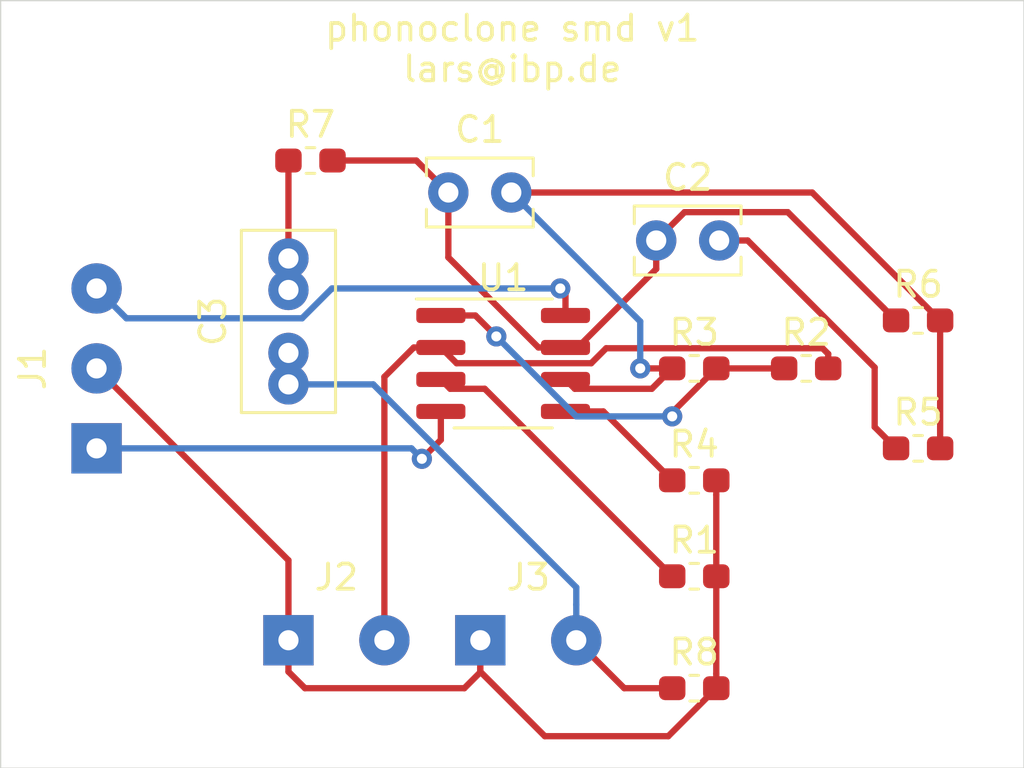
<source format=kicad_pcb>
(kicad_pcb (version 20171130) (host pcbnew "(5.1.2-1)-1")

  (general
    (thickness 1.6)
    (drawings 5)
    (tracks 92)
    (zones 0)
    (modules 19)
    (nets 13)
  )

  (page A4)
  (layers
    (0 F.Cu signal)
    (31 B.Cu signal)
    (32 B.Adhes user)
    (33 F.Adhes user)
    (34 B.Paste user)
    (35 F.Paste user)
    (36 B.SilkS user)
    (37 F.SilkS user)
    (38 B.Mask user)
    (39 F.Mask user)
    (40 Dwgs.User user)
    (41 Cmts.User user)
    (42 Eco1.User user)
    (43 Eco2.User user)
    (44 Edge.Cuts user)
    (45 Margin user)
    (46 B.CrtYd user)
    (47 F.CrtYd user)
    (48 B.Fab user)
    (49 F.Fab user)
  )

  (setup
    (last_trace_width 0.25)
    (trace_clearance 0.2)
    (zone_clearance 0.508)
    (zone_45_only no)
    (trace_min 0.2)
    (via_size 0.8)
    (via_drill 0.4)
    (via_min_size 0.4)
    (via_min_drill 0.3)
    (uvia_size 0.3)
    (uvia_drill 0.1)
    (uvias_allowed no)
    (uvia_min_size 0.2)
    (uvia_min_drill 0.1)
    (edge_width 0.05)
    (segment_width 0.2)
    (pcb_text_width 0.3)
    (pcb_text_size 1.5 1.5)
    (mod_edge_width 0.12)
    (mod_text_size 1 1)
    (mod_text_width 0.15)
    (pad_size 1.524 1.524)
    (pad_drill 0.762)
    (pad_to_mask_clearance 0.051)
    (solder_mask_min_width 0.25)
    (aux_axis_origin 0 0)
    (visible_elements FFFFFF7F)
    (pcbplotparams
      (layerselection 0x010fc_ffffffff)
      (usegerberextensions false)
      (usegerberattributes false)
      (usegerberadvancedattributes false)
      (creategerberjobfile false)
      (excludeedgelayer true)
      (linewidth 0.100000)
      (plotframeref false)
      (viasonmask false)
      (mode 1)
      (useauxorigin false)
      (hpglpennumber 1)
      (hpglpenspeed 20)
      (hpglpendiameter 15.000000)
      (psnegative false)
      (psa4output false)
      (plotreference true)
      (plotvalue true)
      (plotinvisibletext false)
      (padsonsilk false)
      (subtractmaskfromsilk false)
      (outputformat 1)
      (mirror false)
      (drillshape 1)
      (scaleselection 1)
      (outputdirectory ""))
  )

  (net 0 "")
  (net 1 "Net-(C1-Pad2)")
  (net 2 "Net-(C1-Pad1)")
  (net 3 "Net-(C2-Pad2)")
  (net 4 "Net-(C3-Pad1)")
  (net 5 "Net-(C3-Pad2)")
  (net 6 -12V)
  (net 7 GND)
  (net 8 +12V)
  (net 9 "Net-(J2-Pad2)")
  (net 10 "Net-(R1-Pad1)")
  (net 11 "Net-(R2-Pad1)")
  (net 12 "Net-(R4-Pad1)")

  (net_class Default "This is the default net class."
    (clearance 0.2)
    (trace_width 0.25)
    (via_dia 0.8)
    (via_drill 0.4)
    (uvia_dia 0.3)
    (uvia_drill 0.1)
    (add_net +12V)
    (add_net -12V)
    (add_net GND)
    (add_net "Net-(C1-Pad1)")
    (add_net "Net-(C1-Pad2)")
    (add_net "Net-(C2-Pad2)")
    (add_net "Net-(C3-Pad1)")
    (add_net "Net-(C3-Pad2)")
    (add_net "Net-(J2-Pad2)")
    (add_net "Net-(R1-Pad1)")
    (add_net "Net-(R2-Pad1)")
    (add_net "Net-(R4-Pad1)")
  )

  (module Capacitor_THT:C_Rect_L4.0mm_W2.5mm_P2.50mm (layer F.Cu) (tedit 5AE50EF0) (tstamp 5D1A504B)
    (at 145.415 67.945)
    (descr "C, Rect series, Radial, pin pitch=2.50mm, , length*width=4*2.5mm^2, Capacitor")
    (tags "C Rect series Radial pin pitch 2.50mm  length 4mm width 2.5mm Capacitor")
    (path /5D1C9FDA)
    (fp_text reference C2 (at 1.25 -2.5) (layer F.SilkS)
      (effects (font (size 1 1) (thickness 0.15)))
    )
    (fp_text value 3n (at 1.25 2.5) (layer F.Fab)
      (effects (font (size 1 1) (thickness 0.15)))
    )
    (fp_line (start -0.75 -1.25) (end -0.75 1.25) (layer F.Fab) (width 0.1))
    (fp_line (start -0.75 1.25) (end 3.25 1.25) (layer F.Fab) (width 0.1))
    (fp_line (start 3.25 1.25) (end 3.25 -1.25) (layer F.Fab) (width 0.1))
    (fp_line (start 3.25 -1.25) (end -0.75 -1.25) (layer F.Fab) (width 0.1))
    (fp_line (start -0.87 -1.37) (end 3.37 -1.37) (layer F.SilkS) (width 0.12))
    (fp_line (start -0.87 1.37) (end 3.37 1.37) (layer F.SilkS) (width 0.12))
    (fp_line (start -0.87 -1.37) (end -0.87 -0.665) (layer F.SilkS) (width 0.12))
    (fp_line (start -0.87 0.665) (end -0.87 1.37) (layer F.SilkS) (width 0.12))
    (fp_line (start 3.37 -1.37) (end 3.37 -0.665) (layer F.SilkS) (width 0.12))
    (fp_line (start 3.37 0.665) (end 3.37 1.37) (layer F.SilkS) (width 0.12))
    (fp_line (start -1.05 -1.5) (end -1.05 1.5) (layer F.CrtYd) (width 0.05))
    (fp_line (start -1.05 1.5) (end 3.55 1.5) (layer F.CrtYd) (width 0.05))
    (fp_line (start 3.55 1.5) (end 3.55 -1.5) (layer F.CrtYd) (width 0.05))
    (fp_line (start 3.55 -1.5) (end -1.05 -1.5) (layer F.CrtYd) (width 0.05))
    (fp_text user %R (at 1.25 0) (layer F.Fab)
      (effects (font (size 0.8 0.8) (thickness 0.12)))
    )
    (pad 1 thru_hole circle (at 0 0) (size 1.6 1.6) (drill 0.8) (layers *.Cu *.Mask)
      (net 2 "Net-(C1-Pad1)"))
    (pad 2 thru_hole circle (at 2.5 0) (size 1.6 1.6) (drill 0.8) (layers *.Cu *.Mask)
      (net 3 "Net-(C2-Pad2)"))
    (model ${KISYS3DMOD}/Capacitor_THT.3dshapes/C_Rect_L4.0mm_W2.5mm_P2.50mm.wrl
      (at (xyz 0 0 0))
      (scale (xyz 1 1 1))
      (rotate (xyz 0 0 0))
    )
  )

  (module Capacitor_THT:C_Rect_L4.0mm_W2.5mm_P2.50mm (layer F.Cu) (tedit 5AE50EF0) (tstamp 5D1A534E)
    (at 137.16 66.04)
    (descr "C, Rect series, Radial, pin pitch=2.50mm, , length*width=4*2.5mm^2, Capacitor")
    (tags "C Rect series Radial pin pitch 2.50mm  length 4mm width 2.5mm Capacitor")
    (path /5D1CA880)
    (fp_text reference C1 (at 1.25 -2.5) (layer F.SilkS)
      (effects (font (size 1 1) (thickness 0.15)))
    )
    (fp_text value 1n (at 1.25 2.5) (layer F.Fab)
      (effects (font (size 1 1) (thickness 0.15)))
    )
    (fp_text user %R (at 1.25 0) (layer F.Fab)
      (effects (font (size 0.8 0.8) (thickness 0.12)))
    )
    (fp_line (start 3.55 -1.5) (end -1.05 -1.5) (layer F.CrtYd) (width 0.05))
    (fp_line (start 3.55 1.5) (end 3.55 -1.5) (layer F.CrtYd) (width 0.05))
    (fp_line (start -1.05 1.5) (end 3.55 1.5) (layer F.CrtYd) (width 0.05))
    (fp_line (start -1.05 -1.5) (end -1.05 1.5) (layer F.CrtYd) (width 0.05))
    (fp_line (start 3.37 0.665) (end 3.37 1.37) (layer F.SilkS) (width 0.12))
    (fp_line (start 3.37 -1.37) (end 3.37 -0.665) (layer F.SilkS) (width 0.12))
    (fp_line (start -0.87 0.665) (end -0.87 1.37) (layer F.SilkS) (width 0.12))
    (fp_line (start -0.87 -1.37) (end -0.87 -0.665) (layer F.SilkS) (width 0.12))
    (fp_line (start -0.87 1.37) (end 3.37 1.37) (layer F.SilkS) (width 0.12))
    (fp_line (start -0.87 -1.37) (end 3.37 -1.37) (layer F.SilkS) (width 0.12))
    (fp_line (start 3.25 -1.25) (end -0.75 -1.25) (layer F.Fab) (width 0.1))
    (fp_line (start 3.25 1.25) (end 3.25 -1.25) (layer F.Fab) (width 0.1))
    (fp_line (start -0.75 1.25) (end 3.25 1.25) (layer F.Fab) (width 0.1))
    (fp_line (start -0.75 -1.25) (end -0.75 1.25) (layer F.Fab) (width 0.1))
    (pad 2 thru_hole circle (at 2.5 0) (size 1.6 1.6) (drill 0.8) (layers *.Cu *.Mask)
      (net 1 "Net-(C1-Pad2)"))
    (pad 1 thru_hole circle (at 0 0) (size 1.6 1.6) (drill 0.8) (layers *.Cu *.Mask)
      (net 2 "Net-(C1-Pad1)"))
    (model ${KISYS3DMOD}/Capacitor_THT.3dshapes/C_Rect_L4.0mm_W2.5mm_P2.50mm.wrl
      (at (xyz 0 0 0))
      (scale (xyz 1 1 1))
      (rotate (xyz 0 0 0))
    )
  )

  (module Capacitor_THT:C_Rect_L7.0mm_W3.5mm_P2.50mm_P5.00mm (layer F.Cu) (tedit 5AE50EF0) (tstamp 5D1A52A2)
    (at 130.81 73.66 90)
    (descr "C, Rect series, Radial, pin pitch=2.50mm 5.00mm, , length*width=7*3.5mm^2, Capacitor")
    (tags "C Rect series Radial pin pitch 2.50mm 5.00mm  length 7mm width 3.5mm Capacitor")
    (path /5D1C7BB1)
    (fp_text reference C3 (at 2.5 -3 90) (layer F.SilkS)
      (effects (font (size 1 1) (thickness 0.15)))
    )
    (fp_text value 2.2u (at 2.5 3 90) (layer F.Fab)
      (effects (font (size 1 1) (thickness 0.15)))
    )
    (fp_line (start -1 -1.75) (end -1 1.75) (layer F.Fab) (width 0.1))
    (fp_line (start -1 1.75) (end 6 1.75) (layer F.Fab) (width 0.1))
    (fp_line (start 6 1.75) (end 6 -1.75) (layer F.Fab) (width 0.1))
    (fp_line (start 6 -1.75) (end -1 -1.75) (layer F.Fab) (width 0.1))
    (fp_line (start -1.12 -1.87) (end 6.12 -1.87) (layer F.SilkS) (width 0.12))
    (fp_line (start -1.12 1.87) (end 6.12 1.87) (layer F.SilkS) (width 0.12))
    (fp_line (start -1.12 -1.87) (end -1.12 1.87) (layer F.SilkS) (width 0.12))
    (fp_line (start 6.12 -1.87) (end 6.12 1.87) (layer F.SilkS) (width 0.12))
    (fp_line (start -1.25 -2) (end -1.25 2) (layer F.CrtYd) (width 0.05))
    (fp_line (start -1.25 2) (end 6.25 2) (layer F.CrtYd) (width 0.05))
    (fp_line (start 6.25 2) (end 6.25 -2) (layer F.CrtYd) (width 0.05))
    (fp_line (start 6.25 -2) (end -1.25 -2) (layer F.CrtYd) (width 0.05))
    (fp_text user %R (at 1.25 0 90) (layer F.Fab)
      (effects (font (size 1 1) (thickness 0.15)))
    )
    (pad 1 thru_hole circle (at 1.25 0 90) (size 1.6 1.6) (drill 0.8) (layers *.Cu *.Mask)
      (net 4 "Net-(C3-Pad1)"))
    (pad 2 thru_hole circle (at 3.75 0 90) (size 1.6 1.6) (drill 0.8) (layers *.Cu *.Mask)
      (net 5 "Net-(C3-Pad2)"))
    (pad 1 thru_hole circle (at 0 0 90) (size 1.6 1.6) (drill 0.8) (layers *.Cu *.Mask)
      (net 4 "Net-(C3-Pad1)"))
    (pad 2 thru_hole circle (at 5 0 90) (size 1.6 1.6) (drill 0.8) (layers *.Cu *.Mask)
      (net 5 "Net-(C3-Pad2)"))
    (model ${KISYS3DMOD}/Capacitor_THT.3dshapes/C_Rect_L7.0mm_W3.5mm_P2.50mm_P5.00mm.wrl
      (at (xyz 0 0 0))
      (scale (xyz 1 1 1))
      (rotate (xyz 0 0 0))
    )
  )

  (module MountingHole:MountingHole_3.2mm_M3_DIN965 (layer F.Cu) (tedit 56D1B4CB) (tstamp 5D1A53EE)
    (at 123.19 61.722)
    (descr "Mounting Hole 3.2mm, no annular, M3, DIN965")
    (tags "mounting hole 3.2mm no annular m3 din965")
    (path /5D1DA24E)
    (attr virtual)
    (fp_text reference H1 (at 0 -3.8) (layer F.SilkS) hide
      (effects (font (size 1 1) (thickness 0.15)))
    )
    (fp_text value MountingHole (at 0 3.8) (layer F.Fab) hide
      (effects (font (size 1 1) (thickness 0.15)))
    )
    (fp_text user %R (at 0.3 0) (layer F.Fab)
      (effects (font (size 1 1) (thickness 0.15)))
    )
    (fp_circle (center 0 0) (end 2.8 0) (layer Cmts.User) (width 0.15))
    (fp_circle (center 0 0) (end 3.05 0) (layer F.CrtYd) (width 0.05))
    (pad 1 np_thru_hole circle (at 0 0) (size 3.2 3.2) (drill 3.2) (layers *.Cu *.Mask))
  )

  (module MountingHole:MountingHole_3.2mm_M3_DIN965 (layer F.Cu) (tedit 56D1B4CB) (tstamp 5D1A58CA)
    (at 123.19 85.725)
    (descr "Mounting Hole 3.2mm, no annular, M3, DIN965")
    (tags "mounting hole 3.2mm no annular m3 din965")
    (path /5D1DAA56)
    (attr virtual)
    (fp_text reference H2 (at 0 -3.8) (layer F.SilkS) hide
      (effects (font (size 1 1) (thickness 0.15)))
    )
    (fp_text value MountingHole (at 0 3.8) (layer F.Fab) hide
      (effects (font (size 1 1) (thickness 0.15)))
    )
    (fp_circle (center 0 0) (end 3.05 0) (layer F.CrtYd) (width 0.05))
    (fp_circle (center 0 0) (end 2.8 0) (layer Cmts.User) (width 0.15))
    (fp_text user %R (at 0.3 0) (layer F.Fab)
      (effects (font (size 1 1) (thickness 0.15)))
    )
    (pad 1 np_thru_hole circle (at 0 0) (size 3.2 3.2) (drill 3.2) (layers *.Cu *.Mask))
  )

  (module MountingHole:MountingHole_3.2mm_M3_DIN965 (layer F.Cu) (tedit 56D1B4CB) (tstamp 5D1A4FC3)
    (at 156.21 85.725)
    (descr "Mounting Hole 3.2mm, no annular, M3, DIN965")
    (tags "mounting hole 3.2mm no annular m3 din965")
    (path /5D1DACF3)
    (attr virtual)
    (fp_text reference H3 (at 0 -3.8) (layer F.SilkS) hide
      (effects (font (size 1 1) (thickness 0.15)))
    )
    (fp_text value MountingHole (at 0 3.8) (layer F.Fab) hide
      (effects (font (size 1 1) (thickness 0.15)))
    )
    (fp_text user %R (at 0.3 0) (layer F.Fab)
      (effects (font (size 1 1) (thickness 0.15)))
    )
    (fp_circle (center 0 0) (end 2.8 0) (layer Cmts.User) (width 0.15))
    (fp_circle (center 0 0) (end 3.05 0) (layer F.CrtYd) (width 0.05))
    (pad 1 np_thru_hole circle (at 0 0) (size 3.2 3.2) (drill 3.2) (layers *.Cu *.Mask))
  )

  (module MountingHole:MountingHole_3.2mm_M3_DIN965 (layer F.Cu) (tedit 56D1B4CB) (tstamp 5D1A50DB)
    (at 156.21 61.722)
    (descr "Mounting Hole 3.2mm, no annular, M3, DIN965")
    (tags "mounting hole 3.2mm no annular m3 din965")
    (path /5D1DB08F)
    (attr virtual)
    (fp_text reference H4 (at 0 -3.8) (layer F.SilkS) hide
      (effects (font (size 1 1) (thickness 0.15)))
    )
    (fp_text value MountingHole (at 0 3.8) (layer F.Fab) hide
      (effects (font (size 1 1) (thickness 0.15)))
    )
    (fp_circle (center 0 0) (end 3.05 0) (layer F.CrtYd) (width 0.05))
    (fp_circle (center 0 0) (end 2.8 0) (layer Cmts.User) (width 0.15))
    (fp_text user %R (at 0.3 0) (layer F.Fab)
      (effects (font (size 1 1) (thickness 0.15)))
    )
    (pad 1 np_thru_hole circle (at 0 0) (size 3.2 3.2) (drill 3.2) (layers *.Cu *.Mask))
  )

  (module Connector_Wire:SolderWirePad_1x03_P3.175mm_Drill0.8mm (layer F.Cu) (tedit 5AEE57A0) (tstamp 5D1A4F91)
    (at 123.19 76.2 90)
    (descr "Wire solder connection")
    (tags connector)
    (path /5D1A120B)
    (attr virtual)
    (fp_text reference J1 (at 3.175 -2.54 90) (layer F.SilkS)
      (effects (font (size 1 1) (thickness 0.15)))
    )
    (fp_text value PWR (at 3.175 2.54 90) (layer F.Fab)
      (effects (font (size 1 1) (thickness 0.15)))
    )
    (fp_text user %R (at 3.175 0 90) (layer F.Fab)
      (effects (font (size 1 1) (thickness 0.15)))
    )
    (fp_line (start -1.49 -1.5) (end 7.85 -1.5) (layer F.CrtYd) (width 0.05))
    (fp_line (start -1.49 -1.5) (end -1.49 1.5) (layer F.CrtYd) (width 0.05))
    (fp_line (start 7.85 1.5) (end 7.85 -1.5) (layer F.CrtYd) (width 0.05))
    (fp_line (start 7.85 1.5) (end -1.49 1.5) (layer F.CrtYd) (width 0.05))
    (pad 1 thru_hole rect (at 0 0 90) (size 1.99898 1.99898) (drill 0.8001) (layers *.Cu *.Mask)
      (net 6 -12V))
    (pad 2 thru_hole circle (at 3.175 0 90) (size 1.99898 1.99898) (drill 0.8001) (layers *.Cu *.Mask)
      (net 7 GND))
    (pad 3 thru_hole circle (at 6.35 0 90) (size 1.99898 1.99898) (drill 0.8001) (layers *.Cu *.Mask)
      (net 8 +12V))
  )

  (module Connector_Wire:SolderWirePad_1x02_P3.81mm_Drill0.8mm (layer F.Cu) (tedit 5AEE54BF) (tstamp 5D1A4F72)
    (at 130.81 83.82)
    (descr "Wire solder connection")
    (tags connector)
    (path /5D19F01A)
    (attr virtual)
    (fp_text reference J2 (at 1.905 -2.5) (layer F.SilkS)
      (effects (font (size 1 1) (thickness 0.15)))
    )
    (fp_text value In (at 1.905 2.54) (layer F.Fab)
      (effects (font (size 1 1) (thickness 0.15)))
    )
    (fp_text user %R (at 1.905 0) (layer F.Fab)
      (effects (font (size 1 1) (thickness 0.15)))
    )
    (fp_line (start -1.49 -1.5) (end 5.31 -1.5) (layer F.CrtYd) (width 0.05))
    (fp_line (start -1.49 -1.5) (end -1.49 1.5) (layer F.CrtYd) (width 0.05))
    (fp_line (start 5.31 1.5) (end 5.31 -1.5) (layer F.CrtYd) (width 0.05))
    (fp_line (start 5.31 1.5) (end -1.49 1.5) (layer F.CrtYd) (width 0.05))
    (pad 1 thru_hole rect (at 0 0) (size 1.99898 1.99898) (drill 0.8001) (layers *.Cu *.Mask)
      (net 7 GND))
    (pad 2 thru_hole circle (at 3.81 0) (size 1.99898 1.99898) (drill 0.8001) (layers *.Cu *.Mask)
      (net 9 "Net-(J2-Pad2)"))
  )

  (module Connector_Wire:SolderWirePad_1x02_P3.81mm_Drill0.8mm (layer F.Cu) (tedit 5AEE54BF) (tstamp 5D1A4F54)
    (at 138.43 83.82)
    (descr "Wire solder connection")
    (tags connector)
    (path /5D1CB25F)
    (attr virtual)
    (fp_text reference J3 (at 1.905 -2.5) (layer F.SilkS)
      (effects (font (size 1 1) (thickness 0.15)))
    )
    (fp_text value Out (at 1.905 2.54) (layer F.Fab)
      (effects (font (size 1 1) (thickness 0.15)))
    )
    (fp_line (start 5.31 1.5) (end -1.49 1.5) (layer F.CrtYd) (width 0.05))
    (fp_line (start 5.31 1.5) (end 5.31 -1.5) (layer F.CrtYd) (width 0.05))
    (fp_line (start -1.49 -1.5) (end -1.49 1.5) (layer F.CrtYd) (width 0.05))
    (fp_line (start -1.49 -1.5) (end 5.31 -1.5) (layer F.CrtYd) (width 0.05))
    (fp_text user %R (at 1.905 0) (layer F.Fab)
      (effects (font (size 1 1) (thickness 0.15)))
    )
    (pad 2 thru_hole circle (at 3.81 0) (size 1.99898 1.99898) (drill 0.8001) (layers *.Cu *.Mask)
      (net 4 "Net-(C3-Pad1)"))
    (pad 1 thru_hole rect (at 0 0) (size 1.99898 1.99898) (drill 0.8001) (layers *.Cu *.Mask)
      (net 7 GND))
  )

  (module Resistor_SMD:R_0603_1608Metric_Pad1.05x0.95mm_HandSolder (layer F.Cu) (tedit 5B301BBD) (tstamp 5D1A5585)
    (at 146.925 81.28)
    (descr "Resistor SMD 0603 (1608 Metric), square (rectangular) end terminal, IPC_7351 nominal with elongated pad for handsoldering. (Body size source: http://www.tortai-tech.com/upload/download/2011102023233369053.pdf), generated with kicad-footprint-generator")
    (tags "resistor handsolder")
    (path /5D1B8DDA)
    (attr smd)
    (fp_text reference R1 (at 0 -1.43) (layer F.SilkS)
      (effects (font (size 1 1) (thickness 0.15)))
    )
    (fp_text value 47 (at 0 1.43) (layer F.Fab)
      (effects (font (size 1 1) (thickness 0.15)))
    )
    (fp_line (start -0.8 0.4) (end -0.8 -0.4) (layer F.Fab) (width 0.1))
    (fp_line (start -0.8 -0.4) (end 0.8 -0.4) (layer F.Fab) (width 0.1))
    (fp_line (start 0.8 -0.4) (end 0.8 0.4) (layer F.Fab) (width 0.1))
    (fp_line (start 0.8 0.4) (end -0.8 0.4) (layer F.Fab) (width 0.1))
    (fp_line (start -0.171267 -0.51) (end 0.171267 -0.51) (layer F.SilkS) (width 0.12))
    (fp_line (start -0.171267 0.51) (end 0.171267 0.51) (layer F.SilkS) (width 0.12))
    (fp_line (start -1.65 0.73) (end -1.65 -0.73) (layer F.CrtYd) (width 0.05))
    (fp_line (start -1.65 -0.73) (end 1.65 -0.73) (layer F.CrtYd) (width 0.05))
    (fp_line (start 1.65 -0.73) (end 1.65 0.73) (layer F.CrtYd) (width 0.05))
    (fp_line (start 1.65 0.73) (end -1.65 0.73) (layer F.CrtYd) (width 0.05))
    (fp_text user %R (at 0 0) (layer F.Fab)
      (effects (font (size 0.4 0.4) (thickness 0.06)))
    )
    (pad 1 smd roundrect (at -0.875 0) (size 1.05 0.95) (layers F.Cu F.Paste F.Mask) (roundrect_rratio 0.25)
      (net 10 "Net-(R1-Pad1)"))
    (pad 2 smd roundrect (at 0.875 0) (size 1.05 0.95) (layers F.Cu F.Paste F.Mask) (roundrect_rratio 0.25)
      (net 7 GND))
    (model ${KISYS3DMOD}/Resistor_SMD.3dshapes/R_0603_1608Metric.wrl
      (at (xyz 0 0 0))
      (scale (xyz 1 1 1))
      (rotate (xyz 0 0 0))
    )
  )

  (module Resistor_SMD:R_0603_1608Metric_Pad1.05x0.95mm_HandSolder (layer F.Cu) (tedit 5B301BBD) (tstamp 5D1A4EFA)
    (at 151.37 73.025)
    (descr "Resistor SMD 0603 (1608 Metric), square (rectangular) end terminal, IPC_7351 nominal with elongated pad for handsoldering. (Body size source: http://www.tortai-tech.com/upload/download/2011102023233369053.pdf), generated with kicad-footprint-generator")
    (tags "resistor handsolder")
    (path /5D1CD863)
    (attr smd)
    (fp_text reference R2 (at 0 -1.43) (layer F.SilkS)
      (effects (font (size 1 1) (thickness 0.15)))
    )
    (fp_text value 1k (at 0 1.43) (layer F.Fab)
      (effects (font (size 1 1) (thickness 0.15)))
    )
    (fp_text user %R (at 0 0) (layer F.Fab)
      (effects (font (size 0.4 0.4) (thickness 0.06)))
    )
    (fp_line (start 1.65 0.73) (end -1.65 0.73) (layer F.CrtYd) (width 0.05))
    (fp_line (start 1.65 -0.73) (end 1.65 0.73) (layer F.CrtYd) (width 0.05))
    (fp_line (start -1.65 -0.73) (end 1.65 -0.73) (layer F.CrtYd) (width 0.05))
    (fp_line (start -1.65 0.73) (end -1.65 -0.73) (layer F.CrtYd) (width 0.05))
    (fp_line (start -0.171267 0.51) (end 0.171267 0.51) (layer F.SilkS) (width 0.12))
    (fp_line (start -0.171267 -0.51) (end 0.171267 -0.51) (layer F.SilkS) (width 0.12))
    (fp_line (start 0.8 0.4) (end -0.8 0.4) (layer F.Fab) (width 0.1))
    (fp_line (start 0.8 -0.4) (end 0.8 0.4) (layer F.Fab) (width 0.1))
    (fp_line (start -0.8 -0.4) (end 0.8 -0.4) (layer F.Fab) (width 0.1))
    (fp_line (start -0.8 0.4) (end -0.8 -0.4) (layer F.Fab) (width 0.1))
    (pad 2 smd roundrect (at 0.875 0) (size 1.05 0.95) (layers F.Cu F.Paste F.Mask) (roundrect_rratio 0.25)
      (net 9 "Net-(J2-Pad2)"))
    (pad 1 smd roundrect (at -0.875 0) (size 1.05 0.95) (layers F.Cu F.Paste F.Mask) (roundrect_rratio 0.25)
      (net 11 "Net-(R2-Pad1)"))
    (model ${KISYS3DMOD}/Resistor_SMD.3dshapes/R_0603_1608Metric.wrl
      (at (xyz 0 0 0))
      (scale (xyz 1 1 1))
      (rotate (xyz 0 0 0))
    )
  )

  (module Resistor_SMD:R_0603_1608Metric_Pad1.05x0.95mm_HandSolder (layer F.Cu) (tedit 5B301BBD) (tstamp 5D1A4ECA)
    (at 146.925 73.025)
    (descr "Resistor SMD 0603 (1608 Metric), square (rectangular) end terminal, IPC_7351 nominal with elongated pad for handsoldering. (Body size source: http://www.tortai-tech.com/upload/download/2011102023233369053.pdf), generated with kicad-footprint-generator")
    (tags "resistor handsolder")
    (path /5D1C4E26)
    (attr smd)
    (fp_text reference R3 (at 0 -1.43) (layer F.SilkS)
      (effects (font (size 1 1) (thickness 0.15)))
    )
    (fp_text value 2k2 (at 0 1.43) (layer F.Fab)
      (effects (font (size 1 1) (thickness 0.15)))
    )
    (fp_text user %R (at 0 0) (layer F.Fab)
      (effects (font (size 0.4 0.4) (thickness 0.06)))
    )
    (fp_line (start 1.65 0.73) (end -1.65 0.73) (layer F.CrtYd) (width 0.05))
    (fp_line (start 1.65 -0.73) (end 1.65 0.73) (layer F.CrtYd) (width 0.05))
    (fp_line (start -1.65 -0.73) (end 1.65 -0.73) (layer F.CrtYd) (width 0.05))
    (fp_line (start -1.65 0.73) (end -1.65 -0.73) (layer F.CrtYd) (width 0.05))
    (fp_line (start -0.171267 0.51) (end 0.171267 0.51) (layer F.SilkS) (width 0.12))
    (fp_line (start -0.171267 -0.51) (end 0.171267 -0.51) (layer F.SilkS) (width 0.12))
    (fp_line (start 0.8 0.4) (end -0.8 0.4) (layer F.Fab) (width 0.1))
    (fp_line (start 0.8 -0.4) (end 0.8 0.4) (layer F.Fab) (width 0.1))
    (fp_line (start -0.8 -0.4) (end 0.8 -0.4) (layer F.Fab) (width 0.1))
    (fp_line (start -0.8 0.4) (end -0.8 -0.4) (layer F.Fab) (width 0.1))
    (pad 2 smd roundrect (at 0.875 0) (size 1.05 0.95) (layers F.Cu F.Paste F.Mask) (roundrect_rratio 0.25)
      (net 11 "Net-(R2-Pad1)"))
    (pad 1 smd roundrect (at -0.875 0) (size 1.05 0.95) (layers F.Cu F.Paste F.Mask) (roundrect_rratio 0.25)
      (net 1 "Net-(C1-Pad2)"))
    (model ${KISYS3DMOD}/Resistor_SMD.3dshapes/R_0603_1608Metric.wrl
      (at (xyz 0 0 0))
      (scale (xyz 1 1 1))
      (rotate (xyz 0 0 0))
    )
  )

  (module Resistor_SMD:R_0603_1608Metric_Pad1.05x0.95mm_HandSolder (layer F.Cu) (tedit 5B301BBD) (tstamp 5D1A54B2)
    (at 146.925 77.47)
    (descr "Resistor SMD 0603 (1608 Metric), square (rectangular) end terminal, IPC_7351 nominal with elongated pad for handsoldering. (Body size source: http://www.tortai-tech.com/upload/download/2011102023233369053.pdf), generated with kicad-footprint-generator")
    (tags "resistor handsolder")
    (path /5D1C551F)
    (attr smd)
    (fp_text reference R4 (at 0 -1.43) (layer F.SilkS)
      (effects (font (size 1 1) (thickness 0.15)))
    )
    (fp_text value 2k2 (at 0 1.43) (layer F.Fab)
      (effects (font (size 1 1) (thickness 0.15)))
    )
    (fp_line (start -0.8 0.4) (end -0.8 -0.4) (layer F.Fab) (width 0.1))
    (fp_line (start -0.8 -0.4) (end 0.8 -0.4) (layer F.Fab) (width 0.1))
    (fp_line (start 0.8 -0.4) (end 0.8 0.4) (layer F.Fab) (width 0.1))
    (fp_line (start 0.8 0.4) (end -0.8 0.4) (layer F.Fab) (width 0.1))
    (fp_line (start -0.171267 -0.51) (end 0.171267 -0.51) (layer F.SilkS) (width 0.12))
    (fp_line (start -0.171267 0.51) (end 0.171267 0.51) (layer F.SilkS) (width 0.12))
    (fp_line (start -1.65 0.73) (end -1.65 -0.73) (layer F.CrtYd) (width 0.05))
    (fp_line (start -1.65 -0.73) (end 1.65 -0.73) (layer F.CrtYd) (width 0.05))
    (fp_line (start 1.65 -0.73) (end 1.65 0.73) (layer F.CrtYd) (width 0.05))
    (fp_line (start 1.65 0.73) (end -1.65 0.73) (layer F.CrtYd) (width 0.05))
    (fp_text user %R (at 0 0) (layer F.Fab)
      (effects (font (size 0.4 0.4) (thickness 0.06)))
    )
    (pad 1 smd roundrect (at -0.875 0) (size 1.05 0.95) (layers F.Cu F.Paste F.Mask) (roundrect_rratio 0.25)
      (net 12 "Net-(R4-Pad1)"))
    (pad 2 smd roundrect (at 0.875 0) (size 1.05 0.95) (layers F.Cu F.Paste F.Mask) (roundrect_rratio 0.25)
      (net 7 GND))
    (model ${KISYS3DMOD}/Resistor_SMD.3dshapes/R_0603_1608Metric.wrl
      (at (xyz 0 0 0))
      (scale (xyz 1 1 1))
      (rotate (xyz 0 0 0))
    )
  )

  (module Resistor_SMD:R_0603_1608Metric_Pad1.05x0.95mm_HandSolder (layer F.Cu) (tedit 5B301BBD) (tstamp 5D1A4E6A)
    (at 155.815 76.2)
    (descr "Resistor SMD 0603 (1608 Metric), square (rectangular) end terminal, IPC_7351 nominal with elongated pad for handsoldering. (Body size source: http://www.tortai-tech.com/upload/download/2011102023233369053.pdf), generated with kicad-footprint-generator")
    (tags "resistor handsolder")
    (path /5D1C9ABE)
    (attr smd)
    (fp_text reference R5 (at 0 -1.43) (layer F.SilkS)
      (effects (font (size 1 1) (thickness 0.15)))
    )
    (fp_text value 110k (at 0 1.43) (layer F.Fab)
      (effects (font (size 1 1) (thickness 0.15)))
    )
    (fp_line (start -0.8 0.4) (end -0.8 -0.4) (layer F.Fab) (width 0.1))
    (fp_line (start -0.8 -0.4) (end 0.8 -0.4) (layer F.Fab) (width 0.1))
    (fp_line (start 0.8 -0.4) (end 0.8 0.4) (layer F.Fab) (width 0.1))
    (fp_line (start 0.8 0.4) (end -0.8 0.4) (layer F.Fab) (width 0.1))
    (fp_line (start -0.171267 -0.51) (end 0.171267 -0.51) (layer F.SilkS) (width 0.12))
    (fp_line (start -0.171267 0.51) (end 0.171267 0.51) (layer F.SilkS) (width 0.12))
    (fp_line (start -1.65 0.73) (end -1.65 -0.73) (layer F.CrtYd) (width 0.05))
    (fp_line (start -1.65 -0.73) (end 1.65 -0.73) (layer F.CrtYd) (width 0.05))
    (fp_line (start 1.65 -0.73) (end 1.65 0.73) (layer F.CrtYd) (width 0.05))
    (fp_line (start 1.65 0.73) (end -1.65 0.73) (layer F.CrtYd) (width 0.05))
    (fp_text user %R (at 0 0) (layer F.Fab)
      (effects (font (size 0.4 0.4) (thickness 0.06)))
    )
    (pad 1 smd roundrect (at -0.875 0) (size 1.05 0.95) (layers F.Cu F.Paste F.Mask) (roundrect_rratio 0.25)
      (net 3 "Net-(C2-Pad2)"))
    (pad 2 smd roundrect (at 0.875 0) (size 1.05 0.95) (layers F.Cu F.Paste F.Mask) (roundrect_rratio 0.25)
      (net 1 "Net-(C1-Pad2)"))
    (model ${KISYS3DMOD}/Resistor_SMD.3dshapes/R_0603_1608Metric.wrl
      (at (xyz 0 0 0))
      (scale (xyz 1 1 1))
      (rotate (xyz 0 0 0))
    )
  )

  (module Resistor_SMD:R_0603_1608Metric_Pad1.05x0.95mm_HandSolder (layer F.Cu) (tedit 5B301BBD) (tstamp 5D1A4E3A)
    (at 155.815 71.12)
    (descr "Resistor SMD 0603 (1608 Metric), square (rectangular) end terminal, IPC_7351 nominal with elongated pad for handsoldering. (Body size source: http://www.tortai-tech.com/upload/download/2011102023233369053.pdf), generated with kicad-footprint-generator")
    (tags "resistor handsolder")
    (path /5D1C90CB)
    (attr smd)
    (fp_text reference R6 (at 0 -1.43) (layer F.SilkS)
      (effects (font (size 1 1) (thickness 0.15)))
    )
    (fp_text value 750k (at 0 1.43) (layer F.Fab)
      (effects (font (size 1 1) (thickness 0.15)))
    )
    (fp_text user %R (at 0 0) (layer F.Fab)
      (effects (font (size 0.4 0.4) (thickness 0.06)))
    )
    (fp_line (start 1.65 0.73) (end -1.65 0.73) (layer F.CrtYd) (width 0.05))
    (fp_line (start 1.65 -0.73) (end 1.65 0.73) (layer F.CrtYd) (width 0.05))
    (fp_line (start -1.65 -0.73) (end 1.65 -0.73) (layer F.CrtYd) (width 0.05))
    (fp_line (start -1.65 0.73) (end -1.65 -0.73) (layer F.CrtYd) (width 0.05))
    (fp_line (start -0.171267 0.51) (end 0.171267 0.51) (layer F.SilkS) (width 0.12))
    (fp_line (start -0.171267 -0.51) (end 0.171267 -0.51) (layer F.SilkS) (width 0.12))
    (fp_line (start 0.8 0.4) (end -0.8 0.4) (layer F.Fab) (width 0.1))
    (fp_line (start 0.8 -0.4) (end 0.8 0.4) (layer F.Fab) (width 0.1))
    (fp_line (start -0.8 -0.4) (end 0.8 -0.4) (layer F.Fab) (width 0.1))
    (fp_line (start -0.8 0.4) (end -0.8 -0.4) (layer F.Fab) (width 0.1))
    (pad 2 smd roundrect (at 0.875 0) (size 1.05 0.95) (layers F.Cu F.Paste F.Mask) (roundrect_rratio 0.25)
      (net 1 "Net-(C1-Pad2)"))
    (pad 1 smd roundrect (at -0.875 0) (size 1.05 0.95) (layers F.Cu F.Paste F.Mask) (roundrect_rratio 0.25)
      (net 2 "Net-(C1-Pad1)"))
    (model ${KISYS3DMOD}/Resistor_SMD.3dshapes/R_0603_1608Metric.wrl
      (at (xyz 0 0 0))
      (scale (xyz 1 1 1))
      (rotate (xyz 0 0 0))
    )
  )

  (module Resistor_SMD:R_0603_1608Metric_Pad1.05x0.95mm_HandSolder (layer F.Cu) (tedit 5B301BBD) (tstamp 5D1A562A)
    (at 131.685 64.77)
    (descr "Resistor SMD 0603 (1608 Metric), square (rectangular) end terminal, IPC_7351 nominal with elongated pad for handsoldering. (Body size source: http://www.tortai-tech.com/upload/download/2011102023233369053.pdf), generated with kicad-footprint-generator")
    (tags "resistor handsolder")
    (path /5D1C6AF1)
    (attr smd)
    (fp_text reference R7 (at 0 -1.43) (layer F.SilkS)
      (effects (font (size 1 1) (thickness 0.15)))
    )
    (fp_text value 47 (at 0 1.43) (layer F.Fab)
      (effects (font (size 1 1) (thickness 0.15)))
    )
    (fp_text user %R (at 0 0) (layer F.Fab)
      (effects (font (size 0.4 0.4) (thickness 0.06)))
    )
    (fp_line (start 1.65 0.73) (end -1.65 0.73) (layer F.CrtYd) (width 0.05))
    (fp_line (start 1.65 -0.73) (end 1.65 0.73) (layer F.CrtYd) (width 0.05))
    (fp_line (start -1.65 -0.73) (end 1.65 -0.73) (layer F.CrtYd) (width 0.05))
    (fp_line (start -1.65 0.73) (end -1.65 -0.73) (layer F.CrtYd) (width 0.05))
    (fp_line (start -0.171267 0.51) (end 0.171267 0.51) (layer F.SilkS) (width 0.12))
    (fp_line (start -0.171267 -0.51) (end 0.171267 -0.51) (layer F.SilkS) (width 0.12))
    (fp_line (start 0.8 0.4) (end -0.8 0.4) (layer F.Fab) (width 0.1))
    (fp_line (start 0.8 -0.4) (end 0.8 0.4) (layer F.Fab) (width 0.1))
    (fp_line (start -0.8 -0.4) (end 0.8 -0.4) (layer F.Fab) (width 0.1))
    (fp_line (start -0.8 0.4) (end -0.8 -0.4) (layer F.Fab) (width 0.1))
    (pad 2 smd roundrect (at 0.875 0) (size 1.05 0.95) (layers F.Cu F.Paste F.Mask) (roundrect_rratio 0.25)
      (net 2 "Net-(C1-Pad1)"))
    (pad 1 smd roundrect (at -0.875 0) (size 1.05 0.95) (layers F.Cu F.Paste F.Mask) (roundrect_rratio 0.25)
      (net 5 "Net-(C3-Pad2)"))
    (model ${KISYS3DMOD}/Resistor_SMD.3dshapes/R_0603_1608Metric.wrl
      (at (xyz 0 0 0))
      (scale (xyz 1 1 1))
      (rotate (xyz 0 0 0))
    )
  )

  (module Resistor_SMD:R_0603_1608Metric_Pad1.05x0.95mm_HandSolder (layer F.Cu) (tedit 5B301BBD) (tstamp 5D1A4DDA)
    (at 146.925 85.725)
    (descr "Resistor SMD 0603 (1608 Metric), square (rectangular) end terminal, IPC_7351 nominal with elongated pad for handsoldering. (Body size source: http://www.tortai-tech.com/upload/download/2011102023233369053.pdf), generated with kicad-footprint-generator")
    (tags "resistor handsolder")
    (path /5D1C87E9)
    (attr smd)
    (fp_text reference R8 (at 0 -1.43) (layer F.SilkS)
      (effects (font (size 1 1) (thickness 0.15)))
    )
    (fp_text value 100 (at 0 1.43) (layer F.Fab)
      (effects (font (size 1 1) (thickness 0.15)))
    )
    (fp_line (start -0.8 0.4) (end -0.8 -0.4) (layer F.Fab) (width 0.1))
    (fp_line (start -0.8 -0.4) (end 0.8 -0.4) (layer F.Fab) (width 0.1))
    (fp_line (start 0.8 -0.4) (end 0.8 0.4) (layer F.Fab) (width 0.1))
    (fp_line (start 0.8 0.4) (end -0.8 0.4) (layer F.Fab) (width 0.1))
    (fp_line (start -0.171267 -0.51) (end 0.171267 -0.51) (layer F.SilkS) (width 0.12))
    (fp_line (start -0.171267 0.51) (end 0.171267 0.51) (layer F.SilkS) (width 0.12))
    (fp_line (start -1.65 0.73) (end -1.65 -0.73) (layer F.CrtYd) (width 0.05))
    (fp_line (start -1.65 -0.73) (end 1.65 -0.73) (layer F.CrtYd) (width 0.05))
    (fp_line (start 1.65 -0.73) (end 1.65 0.73) (layer F.CrtYd) (width 0.05))
    (fp_line (start 1.65 0.73) (end -1.65 0.73) (layer F.CrtYd) (width 0.05))
    (fp_text user %R (at 0 0) (layer F.Fab)
      (effects (font (size 0.4 0.4) (thickness 0.06)))
    )
    (pad 1 smd roundrect (at -0.875 0) (size 1.05 0.95) (layers F.Cu F.Paste F.Mask) (roundrect_rratio 0.25)
      (net 4 "Net-(C3-Pad1)"))
    (pad 2 smd roundrect (at 0.875 0) (size 1.05 0.95) (layers F.Cu F.Paste F.Mask) (roundrect_rratio 0.25)
      (net 7 GND))
    (model ${KISYS3DMOD}/Resistor_SMD.3dshapes/R_0603_1608Metric.wrl
      (at (xyz 0 0 0))
      (scale (xyz 1 1 1))
      (rotate (xyz 0 0 0))
    )
  )

  (module Package_SO:SOIC-8_3.9x4.9mm_P1.27mm (layer F.Cu) (tedit 5C97300E) (tstamp 5D1A4D98)
    (at 139.337001 72.829001)
    (descr "SOIC, 8 Pin (JEDEC MS-012AA, https://www.analog.com/media/en/package-pcb-resources/package/pkg_pdf/soic_narrow-r/r_8.pdf), generated with kicad-footprint-generator ipc_gullwing_generator.py")
    (tags "SOIC SO")
    (path /5D1ABE15)
    (attr smd)
    (fp_text reference U1 (at 0 -3.4) (layer F.SilkS)
      (effects (font (size 1 1) (thickness 0.15)))
    )
    (fp_text value OP275 (at 0 3.4) (layer F.Fab)
      (effects (font (size 1 1) (thickness 0.15)))
    )
    (fp_line (start 0 2.56) (end 1.95 2.56) (layer F.SilkS) (width 0.12))
    (fp_line (start 0 2.56) (end -1.95 2.56) (layer F.SilkS) (width 0.12))
    (fp_line (start 0 -2.56) (end 1.95 -2.56) (layer F.SilkS) (width 0.12))
    (fp_line (start 0 -2.56) (end -3.45 -2.56) (layer F.SilkS) (width 0.12))
    (fp_line (start -0.975 -2.45) (end 1.95 -2.45) (layer F.Fab) (width 0.1))
    (fp_line (start 1.95 -2.45) (end 1.95 2.45) (layer F.Fab) (width 0.1))
    (fp_line (start 1.95 2.45) (end -1.95 2.45) (layer F.Fab) (width 0.1))
    (fp_line (start -1.95 2.45) (end -1.95 -1.475) (layer F.Fab) (width 0.1))
    (fp_line (start -1.95 -1.475) (end -0.975 -2.45) (layer F.Fab) (width 0.1))
    (fp_line (start -3.7 -2.7) (end -3.7 2.7) (layer F.CrtYd) (width 0.05))
    (fp_line (start -3.7 2.7) (end 3.7 2.7) (layer F.CrtYd) (width 0.05))
    (fp_line (start 3.7 2.7) (end 3.7 -2.7) (layer F.CrtYd) (width 0.05))
    (fp_line (start 3.7 -2.7) (end -3.7 -2.7) (layer F.CrtYd) (width 0.05))
    (fp_text user %R (at 0 0) (layer F.Fab)
      (effects (font (size 0.98 0.98) (thickness 0.15)))
    )
    (pad 1 smd roundrect (at -2.475 -1.905) (size 1.95 0.6) (layers F.Cu F.Paste F.Mask) (roundrect_rratio 0.25)
      (net 11 "Net-(R2-Pad1)"))
    (pad 2 smd roundrect (at -2.475 -0.635) (size 1.95 0.6) (layers F.Cu F.Paste F.Mask) (roundrect_rratio 0.25)
      (net 9 "Net-(J2-Pad2)"))
    (pad 3 smd roundrect (at -2.475 0.635) (size 1.95 0.6) (layers F.Cu F.Paste F.Mask) (roundrect_rratio 0.25)
      (net 10 "Net-(R1-Pad1)"))
    (pad 4 smd roundrect (at -2.475 1.905) (size 1.95 0.6) (layers F.Cu F.Paste F.Mask) (roundrect_rratio 0.25)
      (net 6 -12V))
    (pad 5 smd roundrect (at 2.475 1.905) (size 1.95 0.6) (layers F.Cu F.Paste F.Mask) (roundrect_rratio 0.25)
      (net 12 "Net-(R4-Pad1)"))
    (pad 6 smd roundrect (at 2.475 0.635) (size 1.95 0.6) (layers F.Cu F.Paste F.Mask) (roundrect_rratio 0.25)
      (net 1 "Net-(C1-Pad2)"))
    (pad 7 smd roundrect (at 2.475 -0.635) (size 1.95 0.6) (layers F.Cu F.Paste F.Mask) (roundrect_rratio 0.25)
      (net 2 "Net-(C1-Pad1)"))
    (pad 8 smd roundrect (at 2.475 -1.905) (size 1.95 0.6) (layers F.Cu F.Paste F.Mask) (roundrect_rratio 0.25)
      (net 8 +12V))
    (model ${KISYS3DMOD}/Package_SO.3dshapes/SOIC-8_3.9x4.9mm_P1.27mm.wrl
      (at (xyz 0 0 0))
      (scale (xyz 1 1 1))
      (rotate (xyz 0 0 0))
    )
  )

  (gr_text "phonoclone smd v1\nlars@ibp.de\n" (at 139.7 60.325) (layer F.SilkS)
    (effects (font (size 1 1) (thickness 0.15)))
  )
  (gr_line (start 160.02 58.42) (end 119.38 58.42) (layer Edge.Cuts) (width 0.05) (tstamp 5D1A5896))
  (gr_line (start 160.02 88.9) (end 160.02 58.42) (layer Edge.Cuts) (width 0.05))
  (gr_line (start 119.38 88.9) (end 160.02 88.9) (layer Edge.Cuts) (width 0.05))
  (gr_line (start 119.38 58.42) (end 119.38 88.9) (layer Edge.Cuts) (width 0.05))

  (segment (start 151.61 66.04) (end 156.69 71.12) (width 0.25) (layer F.Cu) (net 1))
  (segment (start 139.66 66.04) (end 151.61 66.04) (width 0.25) (layer F.Cu) (net 1))
  (segment (start 156.69 76.2) (end 156.69 71.12) (width 0.25) (layer F.Cu) (net 1))
  (segment (start 145.550928 73.524072) (end 146.05 73.025) (width 0.25) (layer F.Cu) (net 1))
  (segment (start 145.240289 73.834711) (end 145.550928 73.524072) (width 0.25) (layer F.Cu) (net 1))
  (segment (start 142.182711 73.834711) (end 145.240289 73.834711) (width 0.25) (layer F.Cu) (net 1))
  (segment (start 141.812001 73.464001) (end 142.182711 73.834711) (width 0.25) (layer F.Cu) (net 1))
  (via (at 144.78 73.025) (size 0.8) (drill 0.4) (layers F.Cu B.Cu) (net 1))
  (segment (start 146.05 73.025) (end 144.78 73.025) (width 0.25) (layer F.Cu) (net 1))
  (segment (start 144.78 71.16) (end 139.66 66.04) (width 0.25) (layer B.Cu) (net 1))
  (segment (start 144.78 73.025) (end 144.78 71.16) (width 0.25) (layer B.Cu) (net 1))
  (segment (start 135.89 64.77) (end 137.16 66.04) (width 0.25) (layer F.Cu) (net 2))
  (segment (start 132.56 64.77) (end 135.89 64.77) (width 0.25) (layer F.Cu) (net 2))
  (segment (start 137.16 68.617) (end 140.737001 72.194001) (width 0.25) (layer F.Cu) (net 2))
  (segment (start 140.737001 72.194001) (end 141.812001 72.194001) (width 0.25) (layer F.Cu) (net 2))
  (segment (start 137.16 66.04) (end 137.16 68.617) (width 0.25) (layer F.Cu) (net 2))
  (segment (start 154.440928 70.620928) (end 154.94 71.12) (width 0.25) (layer F.Cu) (net 2))
  (segment (start 150.639999 66.819999) (end 154.440928 70.620928) (width 0.25) (layer F.Cu) (net 2))
  (segment (start 146.540001 66.819999) (end 150.639999 66.819999) (width 0.25) (layer F.Cu) (net 2))
  (segment (start 145.415 67.945) (end 146.540001 66.819999) (width 0.25) (layer F.Cu) (net 2))
  (segment (start 142.297369 72.194001) (end 141.812001 72.194001) (width 0.25) (layer F.Cu) (net 2))
  (segment (start 145.415 67.945) (end 145.415 69.07637) (width 0.25) (layer F.Cu) (net 2))
  (segment (start 145.415 69.07637) (end 142.297369 72.194001) (width 0.25) (layer F.Cu) (net 2))
  (segment (start 149.04637 67.945) (end 147.915 67.945) (width 0.25) (layer F.Cu) (net 3))
  (segment (start 154.08999 75.34999) (end 154.08999 72.98862) (width 0.25) (layer F.Cu) (net 3))
  (segment (start 154.08999 72.98862) (end 149.04637 67.945) (width 0.25) (layer F.Cu) (net 3))
  (segment (start 154.94 76.2) (end 154.08999 75.34999) (width 0.25) (layer F.Cu) (net 3))
  (segment (start 130.81 73.66) (end 130.81 72.41) (width 0.25) (layer F.Cu) (net 4))
  (segment (start 144.145 85.725) (end 146.05 85.725) (width 0.25) (layer F.Cu) (net 4))
  (segment (start 142.24 83.82) (end 144.145 85.725) (width 0.25) (layer F.Cu) (net 4))
  (segment (start 142.24 82.406508) (end 142.24 83.82) (width 0.25) (layer B.Cu) (net 4))
  (segment (start 134.178322 73.66) (end 142.24 81.721678) (width 0.25) (layer B.Cu) (net 4))
  (segment (start 130.81 73.66) (end 134.178322 73.66) (width 0.25) (layer B.Cu) (net 4))
  (segment (start 142.24 81.721678) (end 142.24 82.406508) (width 0.25) (layer B.Cu) (net 4))
  (segment (start 130.81 64.77) (end 130.81 68.66) (width 0.25) (layer F.Cu) (net 5))
  (segment (start 130.81 69.91) (end 130.81 68.66) (width 0.25) (layer F.Cu) (net 5))
  (via (at 136.109001 76.615999) (size 0.8) (drill 0.4) (layers F.Cu B.Cu) (net 6))
  (segment (start 136.862001 74.734001) (end 136.862001 75.862999) (width 0.25) (layer F.Cu) (net 6))
  (segment (start 136.862001 75.862999) (end 136.509 76.216) (width 0.25) (layer F.Cu) (net 6))
  (segment (start 136.509 76.216) (end 136.109001 76.615999) (width 0.25) (layer F.Cu) (net 6))
  (segment (start 135.709002 76.216) (end 136.109001 76.615999) (width 0.25) (layer B.Cu) (net 6))
  (segment (start 135.693002 76.2) (end 135.709002 76.216) (width 0.25) (layer B.Cu) (net 6))
  (segment (start 123.19 76.2) (end 135.693002 76.2) (width 0.25) (layer B.Cu) (net 6))
  (segment (start 130.81 80.645) (end 123.19 73.025) (width 0.25) (layer F.Cu) (net 7))
  (segment (start 130.81 83.82) (end 130.81 80.645) (width 0.25) (layer F.Cu) (net 7))
  (segment (start 130.81 85.06949) (end 131.46551 85.725) (width 0.25) (layer F.Cu) (net 7))
  (segment (start 138.43 85.09) (end 138.43 83.82) (width 0.25) (layer F.Cu) (net 7))
  (segment (start 137.795 85.725) (end 138.43 85.09) (width 0.25) (layer F.Cu) (net 7))
  (segment (start 131.46551 85.725) (end 137.795 85.725) (width 0.25) (layer F.Cu) (net 7))
  (segment (start 130.81 83.82) (end 130.81 85.06949) (width 0.25) (layer F.Cu) (net 7))
  (segment (start 138.91 83.82) (end 138.43 83.82) (width 0.25) (layer F.Cu) (net 7))
  (segment (start 138.43 85.06949) (end 140.99051 87.63) (width 0.25) (layer F.Cu) (net 7))
  (segment (start 138.43 83.82) (end 138.43 85.06949) (width 0.25) (layer F.Cu) (net 7))
  (segment (start 145.895 87.63) (end 147.8 85.725) (width 0.25) (layer F.Cu) (net 7))
  (segment (start 140.99051 87.63) (end 145.895 87.63) (width 0.25) (layer F.Cu) (net 7))
  (segment (start 147.8 78.045) (end 147.8 81.28) (width 0.25) (layer F.Cu) (net 7))
  (segment (start 147.8 77.47) (end 147.8 78.045) (width 0.25) (layer F.Cu) (net 7))
  (segment (start 147.8 85.15) (end 147.8 81.28) (width 0.25) (layer F.Cu) (net 7))
  (segment (start 147.8 85.725) (end 147.8 85.15) (width 0.25) (layer F.Cu) (net 7))
  (via (at 141.605 69.85) (size 0.8) (drill 0.4) (layers F.Cu B.Cu) (net 8))
  (segment (start 141.812001 70.057001) (end 141.605 69.85) (width 0.25) (layer F.Cu) (net 8))
  (segment (start 141.812001 70.924001) (end 141.812001 70.057001) (width 0.25) (layer F.Cu) (net 8))
  (segment (start 124.189489 70.849489) (end 123.19 69.85) (width 0.25) (layer B.Cu) (net 8))
  (segment (start 131.350001 71.035001) (end 124.375001 71.035001) (width 0.25) (layer B.Cu) (net 8))
  (segment (start 132.535002 69.85) (end 131.350001 71.035001) (width 0.25) (layer B.Cu) (net 8))
  (segment (start 124.375001 71.035001) (end 124.189489 70.849489) (width 0.25) (layer B.Cu) (net 8))
  (segment (start 141.605 69.85) (end 132.535002 69.85) (width 0.25) (layer B.Cu) (net 8))
  (segment (start 135.787001 72.194001) (end 136.862001 72.194001) (width 0.25) (layer F.Cu) (net 9))
  (segment (start 134.62 73.361002) (end 135.787001 72.194001) (width 0.25) (layer F.Cu) (net 9))
  (segment (start 134.62 83.82) (end 134.62 73.361002) (width 0.25) (layer F.Cu) (net 9))
  (segment (start 143.42778 72.22499) (end 142.833759 72.819011) (width 0.25) (layer F.Cu) (net 9))
  (segment (start 152.01999 72.22499) (end 143.42778 72.22499) (width 0.25) (layer F.Cu) (net 9))
  (segment (start 137.232711 72.564711) (end 136.862001 72.194001) (width 0.25) (layer F.Cu) (net 9))
  (segment (start 142.833759 72.819011) (end 137.487011 72.819011) (width 0.25) (layer F.Cu) (net 9))
  (segment (start 152.245 72.45) (end 152.01999 72.22499) (width 0.25) (layer F.Cu) (net 9))
  (segment (start 152.245 73.025) (end 152.245 72.45) (width 0.25) (layer F.Cu) (net 9))
  (segment (start 137.487011 72.819011) (end 137.232711 72.564711) (width 0.25) (layer F.Cu) (net 9))
  (segment (start 145.550928 80.780928) (end 146.05 81.28) (width 0.25) (layer F.Cu) (net 10))
  (segment (start 138.604711 73.834711) (end 145.550928 80.780928) (width 0.25) (layer F.Cu) (net 10))
  (segment (start 137.232711 73.834711) (end 138.604711 73.834711) (width 0.25) (layer F.Cu) (net 10))
  (segment (start 136.862001 73.464001) (end 137.232711 73.834711) (width 0.25) (layer F.Cu) (net 10))
  (segment (start 147.8 73.025) (end 150.495 73.025) (width 0.25) (layer F.Cu) (net 11))
  (via (at 146.05 74.93) (size 0.8) (drill 0.4) (layers F.Cu B.Cu) (net 11))
  (segment (start 146.05 74.775) (end 146.05 74.93) (width 0.25) (layer F.Cu) (net 11))
  (segment (start 147.8 73.025) (end 146.05 74.775) (width 0.25) (layer F.Cu) (net 11))
  (via (at 139.065 71.755) (size 0.8) (drill 0.4) (layers F.Cu B.Cu) (net 11))
  (segment (start 142.24 74.93) (end 139.065 71.755) (width 0.25) (layer B.Cu) (net 11))
  (segment (start 146.05 74.93) (end 142.24 74.93) (width 0.25) (layer B.Cu) (net 11))
  (segment (start 138.234001 70.924001) (end 136.862001 70.924001) (width 0.25) (layer F.Cu) (net 11))
  (segment (start 139.065 71.755) (end 138.234001 70.924001) (width 0.25) (layer F.Cu) (net 11))
  (segment (start 143.314001 74.734001) (end 146.05 77.47) (width 0.25) (layer F.Cu) (net 12))
  (segment (start 141.812001 74.734001) (end 143.314001 74.734001) (width 0.25) (layer F.Cu) (net 12))

)

</source>
